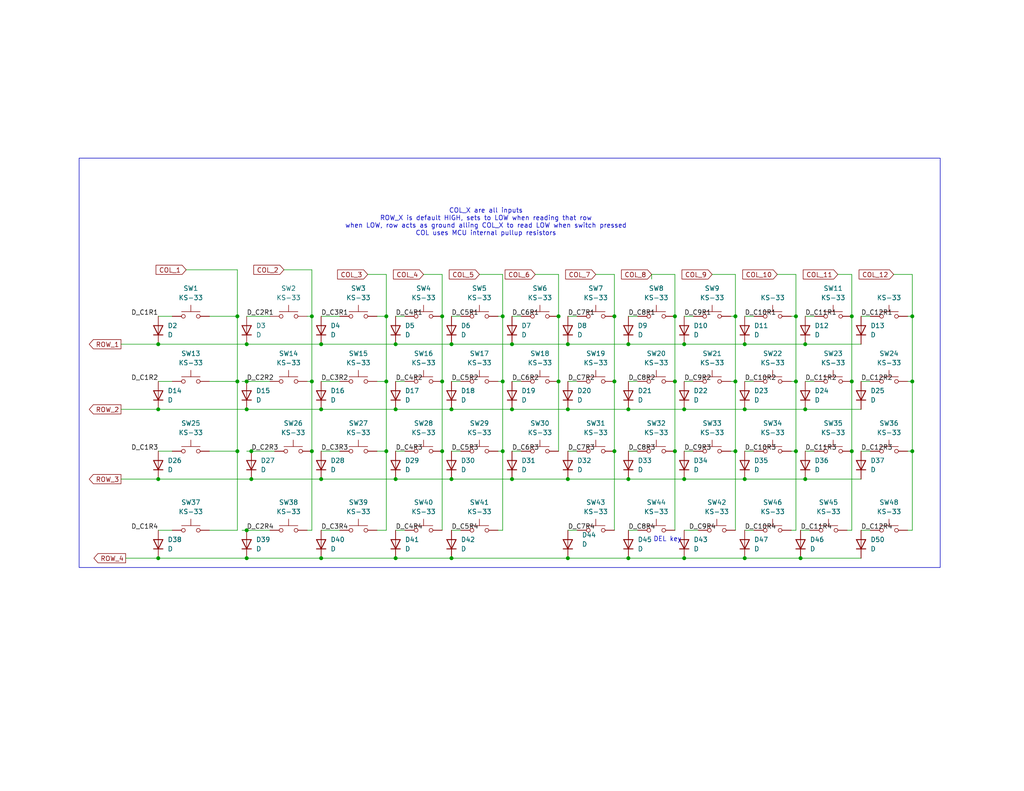
<source format=kicad_sch>
(kicad_sch (version 20231120) (generator "eeschema") (generator_version "8.0")
  (paper "USLetter")
  (title_block (title "40% Keyboard Switch Matrix") (date "2024-03-30") (rev "4") (company "Luke Zambella"))
  (lib_symbols
    (symbol "Device:D" (pin_numbers hide) (pin_names (offset 1.016) hide)
      (property "Reference" "D" (at 0 2.54 0))
      (property "Value" "D" (at 0 -2.54 0))
      (symbol "D_0_1"
        (polyline (pts (xy -1.27 1.27) (xy -1.27 -1.27)) (stroke (width 0.254)))
        (polyline (pts (xy 1.27 0) (xy -1.27 0)))
        (polyline (pts (xy 1.27 1.27) (xy 1.27 -1.27) (xy -1.27 0) (xy 1.27 1.27)) (stroke (width 0.254)))
      )
      (symbol "D_1_1"
        (pin passive line (at -3.81 0 0) (length 2.54) (name "K") (number "1"))
        (pin passive line (at 3.81 0 180) (length 2.54) (name "A") (number "2"))
      )
    )
    (symbol "Switches:Gateron_KS-33" (pin_numbers hide) (pin_names (offset 1.016) hide)
      (property "Reference" "SW" (at 1.27 2.54 0))
      (property "Value" "KS-33" (at 0 -1.524 0))
      (symbol "Gateron_KS-33_0_1"
        (circle (center -2.032 0) (radius 0.508))
        (polyline (pts (xy 0 1.27) (xy 0 3.048)))
        (polyline (pts (xy 2.54 1.27) (xy -2.54 1.27)))
        (circle (center 2.032 0) (radius 0.508))
        (pin passive line (at -5.08 0 0) (length 2.54) (name "1") (number "1"))
        (pin passive line (at 5.08 0 180) (length 2.54) (name "2") (number "2"))
      )
    )
  )
  (junction (at 64.77 86.36))
  (junction (at 87.63 152.4))
  (junction (at 154.94 111.76))
  (junction (at 154.94 93.98))
  (junction (at 123.19 152.4))
  (junction (at 67.31 152.4))
  (junction (at 167.64 104.14))
  (junction (at 68.58 130.81))
  (junction (at 218.44 152.4))
  (junction (at 200.66 86.36))
  (junction (at 171.45 111.76))
  (junction (at 152.4 86.36))
  (junction (at 219.71 111.76))
  (junction (at 171.45 130.81))
  (junction (at 184.15 123.19))
  (junction (at 200.66 104.14))
  (junction (at 120.65 86.36))
  (junction (at 43.18 111.76))
  (junction (at 85.09 123.19))
  (junction (at 139.7 130.81))
  (junction (at 43.18 93.98))
  (junction (at 43.18 152.4))
  (junction (at 137.16 123.19))
  (junction (at 64.77 123.19))
  (junction (at 120.65 123.19))
  (junction (at 139.7 111.76))
  (junction (at 203.2 130.81))
  (junction (at 67.31 104.14))
  (junction (at 203.2 152.4))
  (junction (at 219.71 130.81))
  (junction (at 137.16 86.36))
  (junction (at 123.19 130.81))
  (junction (at 154.94 130.81))
  (junction (at 67.31 93.98))
  (junction (at 167.64 123.19))
  (junction (at 85.09 86.36))
  (junction (at 232.41 104.14))
  (junction (at 107.95 152.4))
  (junction (at 186.69 93.98))
  (junction (at 248.92 104.14))
  (junction (at 248.92 86.36))
  (junction (at 105.41 86.36))
  (junction (at 232.41 123.19))
  (junction (at 120.65 104.14))
  (junction (at 217.17 123.19))
  (junction (at 248.92 123.19))
  (junction (at 203.2 93.98))
  (junction (at 184.15 104.14))
  (junction (at 152.4 104.14))
  (junction (at 171.45 93.98))
  (junction (at 232.41 86.36))
  (junction (at 184.15 86.36))
  (junction (at 167.64 86.36))
  (junction (at 203.2 111.76))
  (junction (at 67.31 144.78))
  (junction (at 64.77 104.14))
  (junction (at 107.95 111.76))
  (junction (at 87.63 111.76))
  (junction (at 219.71 93.98))
  (junction (at 87.63 130.81))
  (junction (at 43.18 130.81))
  (junction (at 186.69 152.4))
  (junction (at 123.19 111.76))
  (junction (at 217.17 104.14))
  (junction (at 200.66 123.19))
  (junction (at 139.7 93.98))
  (junction (at 137.16 104.14))
  (junction (at 68.58 123.19))
  (junction (at 107.95 93.98))
  (junction (at 123.19 93.98))
  (junction (at 67.31 111.76))
  (junction (at 85.09 104.14))
  (junction (at 186.69 111.76))
  (junction (at 154.94 152.4))
  (junction (at 105.41 123.19))
  (junction (at 87.63 93.98))
  (junction (at 217.17 86.36))
  (junction (at 186.69 130.81))
  (junction (at 105.41 104.14))
  (junction (at 171.45 152.4))
  (junction (at 107.95 130.81))
  (wire (pts (xy 248.92 74.93) (xy 248.92 86.36)))
  (wire (pts (xy 123.19 104.14) (xy 125.73 104.14)))
  (wire (pts (xy 34.29 152.4) (xy 43.18 152.4)))
  (wire (pts (xy 85.09 104.14) (xy 85.09 123.19)))
  (wire (pts (xy 115.57 74.93) (xy 120.65 74.93)))
  (wire (pts (xy 105.41 86.36) (xy 105.41 104.14)))
  (wire (pts (xy 152.4 86.36) (xy 152.4 104.14)))
  (wire (pts (xy 243.84 74.93) (xy 248.92 74.93)))
  (wire (pts (xy 171.45 93.98) (xy 154.94 93.98)))
  (wire (pts (xy 107.95 144.78) (xy 110.49 144.78)))
  (wire (pts (xy 64.77 104.14) (xy 64.77 123.19)))
  (wire (pts (xy 218.44 152.4) (xy 234.95 152.4)))
  (wire (pts (xy 123.19 123.19) (xy 125.73 123.19)))
  (wire (pts (xy 186.69 144.78) (xy 190.5 144.78)))
  (wire (pts (xy 217.17 86.36) (xy 215.9 86.36)))
  (wire (pts (xy 219.71 111.76) (xy 234.95 111.76)))
  (wire (pts (xy 186.69 152.4) (xy 203.2 152.4)))
  (wire (pts (xy 177.8 74.93) (xy 184.15 74.93)))
  (wire (pts (xy 87.63 123.19) (xy 92.71 123.19)))
  (wire (pts (xy 154.94 152.4) (xy 171.45 152.4)))
  (wire (pts (xy 186.69 130.81) (xy 203.2 130.81)))
  (wire (pts (xy 107.95 123.19) (xy 110.49 123.19)))
  (wire (pts (xy 154.94 93.98) (xy 139.7 93.98)))
  (wire (pts (xy 102.87 104.14) (xy 105.41 104.14)))
  (wire (pts (xy 167.64 104.14) (xy 167.64 123.19)))
  (wire (pts (xy 85.09 86.36) (xy 83.82 86.36)))
  (wire (pts (xy 154.94 104.14) (xy 157.48 104.14)))
  (wire (pts (xy 217.17 144.78) (xy 215.9 144.78)))
  (wire (pts (xy 248.92 123.19) (xy 247.65 123.19)))
  (wire (pts (xy 171.45 111.76) (xy 186.69 111.76)))
  (wire (pts (xy 139.7 86.36) (xy 142.24 86.36)))
  (wire (pts (xy 64.77 104.14) (xy 57.15 104.14)))
  (wire (pts (xy 203.2 152.4) (xy 218.44 152.4)))
  (wire (pts (xy 64.77 86.36) (xy 57.15 86.36)))
  (wire (pts (xy 234.95 86.36) (xy 237.49 86.36)))
  (wire (pts (xy 232.41 104.14) (xy 232.41 123.19)))
  (wire (pts (xy 77.47 73.66) (xy 85.09 73.66)))
  (wire (pts (xy 248.92 86.36) (xy 247.65 86.36)))
  (wire (pts (xy 203.2 123.19) (xy 205.74 123.19)))
  (wire (pts (xy 167.64 86.36) (xy 167.64 104.14)))
  (wire (pts (xy 184.15 74.93) (xy 184.15 86.36)))
  (wire (pts (xy 67.31 86.36) (xy 73.66 86.36)))
  (wire (pts (xy 85.09 123.19) (xy 85.09 144.78)))
  (wire (pts (xy 154.94 130.81) (xy 171.45 130.81)))
  (wire (pts (xy 107.95 111.76) (xy 123.19 111.76)))
  (wire (pts (xy 200.66 74.93) (xy 200.66 86.36)))
  (wire (pts (xy 218.44 144.78) (xy 220.98 144.78)))
  (wire (pts (xy 184.15 104.14) (xy 184.15 123.19)))
  (wire (pts (xy 85.09 144.78) (xy 83.82 144.78)))
  (wire (pts (xy 139.7 123.19) (xy 142.24 123.19)))
  (wire (pts (xy 100.33 74.93) (xy 105.41 74.93)))
  (wire (pts (xy 68.58 130.81) (xy 87.63 130.81)))
  (wire (pts (xy 219.71 86.36) (xy 222.25 86.36)))
  (wire (pts (xy 167.64 74.93) (xy 167.64 86.36)))
  (wire (pts (xy 200.66 123.19) (xy 200.66 144.78)))
  (wire (pts (xy 107.95 130.81) (xy 123.19 130.81)))
  (wire (pts (xy 87.63 144.78) (xy 92.71 144.78)))
  (wire (pts (xy 105.41 104.14) (xy 105.41 123.19)))
  (wire (pts (xy 234.95 93.98) (xy 219.71 93.98)))
  (wire (pts (xy 139.7 93.98) (xy 123.19 93.98)))
  (wire (pts (xy 217.17 86.36) (xy 217.17 104.14)))
  (wire (pts (xy 248.92 104.14) (xy 247.65 104.14)))
  (wire (pts (xy 137.16 123.19) (xy 137.16 144.78)))
  (wire (pts (xy 186.69 86.36) (xy 189.23 86.36)))
  (wire (pts (xy 154.94 144.78) (xy 157.48 144.78)))
  (wire (pts (xy 184.15 123.19) (xy 184.15 144.78)))
  (wire (pts (xy 228.6 74.93) (xy 232.41 74.93)))
  (wire (pts (xy 85.09 86.36) (xy 85.09 104.14)))
  (wire (pts (xy 123.19 86.36) (xy 125.73 86.36)))
  (wire (pts (xy 137.16 86.36) (xy 135.89 86.36)))
  (wire (pts (xy 200.66 86.36) (xy 200.66 104.14)))
  (wire (pts (xy 87.63 93.98) (xy 107.95 93.98)))
  (wire (pts (xy 171.45 123.19) (xy 173.99 123.19)))
  (wire (pts (xy 167.64 123.19) (xy 167.64 144.78)))
  (wire (pts (xy 68.58 123.19) (xy 74.93 123.19)))
  (wire (pts (xy 85.09 104.14) (xy 83.82 104.14)))
  (wire (pts (xy 50.8 73.66) (xy 64.77 73.66)))
  (wire (pts (xy 217.17 104.14) (xy 217.17 123.19)))
  (wire (pts (xy 200.66 123.19) (xy 199.39 123.19)))
  (wire (pts (xy 232.41 123.19) (xy 232.41 144.78)))
  (wire (pts (xy 203.2 111.76) (xy 219.71 111.76)))
  (wire (pts (xy 171.45 144.78) (xy 173.99 144.78)))
  (wire (pts (xy 102.87 86.36) (xy 105.41 86.36)))
  (wire (pts (xy 102.87 144.78) (xy 105.41 144.78)))
  (wire (pts (xy 171.45 130.81) (xy 186.69 130.81)))
  (wire (pts (xy 43.18 86.36) (xy 46.99 86.36)))
  (wire (pts (xy 105.41 74.93) (xy 105.41 86.36)))
  (wire (pts (xy 67.31 93.98) (xy 87.63 93.98)))
  (wire (pts (xy 194.31 74.93) (xy 200.66 74.93)))
  (wire (pts (xy 139.7 111.76) (xy 154.94 111.76)))
  (wire (pts (xy 67.31 144.78) (xy 66.04 144.78)))
  (wire (pts (xy 186.69 123.19) (xy 189.23 123.19)))
  (wire (pts (xy 43.18 152.4) (xy 67.31 152.4)))
  (wire (pts (xy 43.18 144.78) (xy 46.99 144.78)))
  (wire (pts (xy 162.56 74.93) (xy 167.64 74.93)))
  (wire (pts (xy 105.41 123.19) (xy 105.41 144.78)))
  (wire (pts (xy 33.02 111.76) (xy 43.18 111.76)))
  (wire (pts (xy 234.95 144.78) (xy 237.49 144.78)))
  (wire (pts (xy 232.41 74.93) (xy 232.41 86.36)))
  (wire (pts (xy 219.71 130.81) (xy 234.95 130.81)))
  (wire (pts (xy 120.65 86.36) (xy 120.65 104.14)))
  (wire (pts (xy 123.19 152.4) (xy 154.94 152.4)))
  (wire (pts (xy 234.95 123.19) (xy 237.49 123.19)))
  (wire (pts (xy 219.71 93.98) (xy 203.2 93.98)))
  (wire (pts (xy 203.2 93.98) (xy 186.69 93.98)))
  (wire (pts (xy 43.18 104.14) (xy 46.99 104.14)))
  (wire (pts (xy 171.45 104.14) (xy 173.99 104.14)))
  (wire (pts (xy 137.16 144.78) (xy 135.89 144.78)))
  (wire (pts (xy 248.92 104.14) (xy 248.92 123.19)))
  (wire (pts (xy 154.94 86.36) (xy 157.48 86.36)))
  (wire (pts (xy 200.66 104.14) (xy 200.66 123.19)))
  (wire (pts (xy 137.16 104.14) (xy 135.89 104.14)))
  (wire (pts (xy 248.92 86.36) (xy 248.92 104.14)))
  (wire (pts (xy 219.71 123.19) (xy 222.25 123.19)))
  (wire (pts (xy 219.71 104.14) (xy 222.25 104.14)))
  (wire (pts (xy 123.19 111.76) (xy 139.7 111.76)))
  (wire (pts (xy 67.31 104.14) (xy 73.66 104.14)))
  (wire (pts (xy 123.19 93.98) (xy 107.95 93.98)))
  (wire (pts (xy 120.65 74.93) (xy 120.65 86.36)))
  (wire (pts (xy 171.45 152.4) (xy 186.69 152.4)))
  (wire (pts (xy 120.65 123.19) (xy 120.65 144.78)))
  (wire (pts (xy 203.2 130.81) (xy 219.71 130.81)))
  (wire (pts (xy 234.95 104.14) (xy 237.49 104.14)))
  (wire (pts (xy 85.09 73.66) (xy 85.09 86.36)))
  (wire (pts (xy 87.63 152.4) (xy 107.95 152.4)))
  (wire (pts (xy 217.17 74.93) (xy 217.17 86.36)))
  (wire (pts (xy 64.77 86.36) (xy 64.77 104.14)))
  (wire (pts (xy 123.19 130.81) (xy 139.7 130.81)))
  (wire (pts (xy 64.77 123.19) (xy 64.77 144.78)))
  (wire (pts (xy 87.63 104.14) (xy 92.71 104.14)))
  (wire (pts (xy 87.63 130.81) (xy 107.95 130.81)))
  (wire (pts (xy 64.77 73.66) (xy 64.77 86.36)))
  (wire (pts (xy 67.31 144.78) (xy 73.66 144.78)))
  (wire (pts (xy 33.02 130.81) (xy 43.18 130.81)))
  (wire (pts (xy 200.66 86.36) (xy 199.39 86.36)))
  (wire (pts (xy 154.94 111.76) (xy 171.45 111.76)))
  (wire (pts (xy 139.7 104.14) (xy 142.24 104.14)))
  (wire (pts (xy 217.17 104.14) (xy 215.9 104.14)))
  (wire (pts (xy 137.16 74.93) (xy 137.16 86.36)))
  (wire (pts (xy 64.77 144.78) (xy 57.15 144.78)))
  (wire (pts (xy 102.87 123.19) (xy 105.41 123.19)))
  (wire (pts (xy 177.8 74.93) (xy 177.8 76.2)))
  (wire (pts (xy 87.63 111.76) (xy 107.95 111.76)))
  (wire (pts (xy 43.18 93.98) (xy 67.31 93.98)))
  (wire (pts (xy 33.02 93.98) (xy 43.18 93.98)))
  (wire (pts (xy 203.2 86.36) (xy 205.74 86.36)))
  (wire (pts (xy 123.19 144.78) (xy 125.73 144.78)))
  (wire (pts (xy 137.16 123.19) (xy 135.89 123.19)))
  (wire (pts (xy 67.31 111.76) (xy 87.63 111.76)))
  (wire (pts (xy 217.17 123.19) (xy 215.9 123.19)))
  (wire (pts (xy 217.17 123.19) (xy 217.17 144.78)))
  (wire (pts (xy 43.18 111.76) (xy 67.31 111.76)))
  (wire (pts (xy 232.41 144.78) (xy 231.14 144.78)))
  (wire (pts (xy 137.16 86.36) (xy 137.16 104.14)))
  (wire (pts (xy 203.2 144.78) (xy 205.74 144.78)))
  (wire (pts (xy 64.77 123.19) (xy 57.15 123.19)))
  (wire (pts (xy 152.4 74.93) (xy 152.4 86.36)))
  (wire (pts (xy 146.05 74.93) (xy 152.4 74.93)))
  (wire (pts (xy 212.09 74.93) (xy 217.17 74.93)))
  (wire (pts (xy 186.69 104.14) (xy 189.23 104.14)))
  (wire (pts (xy 43.18 123.19) (xy 46.99 123.19)))
  (wire (pts (xy 154.94 123.19) (xy 157.48 123.19)))
  (wire (pts (xy 137.16 104.14) (xy 137.16 123.19)))
  (wire (pts (xy 171.45 86.36) (xy 173.99 86.36)))
  (wire (pts (xy 130.81 74.93) (xy 137.16 74.93)))
  (wire (pts (xy 232.41 86.36) (xy 232.41 104.14)))
  (wire (pts (xy 43.18 130.81) (xy 68.58 130.81)))
  (wire (pts (xy 200.66 104.14) (xy 199.39 104.14)))
  (wire (pts (xy 67.31 152.4) (xy 87.63 152.4)))
  (wire (pts (xy 67.31 104.14) (xy 66.04 104.14)))
  (wire (pts (xy 107.95 86.36) (xy 110.49 86.36)))
  (wire (pts (xy 120.65 104.14) (xy 120.65 123.19)))
  (wire (pts (xy 248.92 144.78) (xy 247.65 144.78)))
  (wire (pts (xy 107.95 104.14) (xy 110.49 104.14)))
  (wire (pts (xy 139.7 130.81) (xy 154.94 130.81)))
  (wire (pts (xy 152.4 104.14) (xy 152.4 123.19)))
  (wire (pts (xy 87.63 86.36) (xy 92.71 86.36)))
  (wire (pts (xy 186.69 93.98) (xy 171.45 93.98)))
  (wire (pts (xy 68.58 123.19) (xy 67.31 123.19)))
  (wire (pts (xy 186.69 111.76) (xy 203.2 111.76)))
  (wire (pts (xy 184.15 86.36) (xy 184.15 104.14)))
  (wire (pts (xy 107.95 152.4) (xy 123.19 152.4)))
  (wire (pts (xy 203.2 104.14) (xy 205.74 104.14)))
  (wire (pts (xy 248.92 123.19) (xy 248.92 144.78)))
  (rectangle (start 21.59 43.18) (end 256.54 154.94))
  (text "DEL key\n" (at 182.118 147.32 0) (effects (font (size 1.27 1.27))))
  (text "COL_X are all inputs\nROW_X is default HIGH, sets to LOW when reading that row\nwhen LOW, row acts as ground alling COL_X to read LOW when switch pressed\nCOL uses MCU internal pullup resistors\n" (at 132.588 60.706 0) (effects (font (size 1.27 1.27))))
  (label "D_C10R1" (at 203.2 86.36 0))
  (label "D_C10R2" (at 203.2 104.14 0))
  (label "D_C2R1" (at 67.31 86.36 0))
  (label "D_C12R2" (at 234.95 104.14 0))
  (label "D_C9R4" (at 187.96 144.78 0))
  (label "D_C5R1" (at 123.19 86.36 0))
  (label "D_C3R1" (at 87.63 86.36 0))
  (label "D_C10R4" (at 203.2 144.78 0))
  (label "D_C9R3" (at 186.69 123.19 0))
  (label "D_C1R2" (at 43.18 104.14 180))
  (label "D_C7R1" (at 154.94 86.36 0))
  (label "D_C11R2" (at 219.71 104.14 0))
  (label "D_C5R4" (at 123.19 144.78 0))
  (label "D_C6R3" (at 139.7 123.19 0))
  (label "D_C5R3" (at 123.19 123.19 0))
  (label "D_C4R2" (at 107.95 104.14 0))
  (label "D_C4R3" (at 107.95 123.19 0))
  (label "D_C4R1" (at 107.95 86.36 0))
  (label "D_C1R3" (at 43.18 123.19 180))
  (label "D_C7R4" (at 154.94 144.78 0))
  (label "D_C5R2" (at 123.19 104.14 0))
  (label "D_C2R2" (at 67.31 104.14 0))
  (label "D_C3R3" (at 87.63 123.19 0))
  (label "D_C11R3" (at 219.71 123.19 0))
  (label "D_C7R3" (at 154.94 123.19 0))
  (label "D_C12R1" (at 234.95 86.36 0))
  (label "D_C2R3" (at 68.58 123.19 0))
  (label "D_C1R4" (at 43.18 144.78 180))
  (label "D_C7R2" (at 154.94 104.14 0))
  (label "D_C8R2" (at 171.45 104.14 0))
  (label "D_C1R1" (at 43.18 86.36 180))
  (label "D_C9R1" (at 186.69 86.36 0))
  (label "D_C6R1" (at 139.7 86.36 0))
  (label "D_C2R4" (at 67.31 144.78 0))
  (label "D_C8R1" (at 171.45 86.36 0))
  (label "D_C11R4" (at 218.44 144.78 0))
  (label "D_C3R2" (at 87.63 104.14 0))
  (label "D_C12R3" (at 234.95 123.19 0))
  (label "D_C3R4" (at 87.63 144.78 0))
  (label "D_C9R2" (at 186.69 104.14 0))
  (label "D_C8R4" (at 171.45 144.78 0))
  (label "D_C6R2" (at 139.7 104.14 0))
  (label "D_C4R4" (at 107.95 144.78 0))
  (label "D_C10R3" (at 203.2 123.19 0))
  (label "D_C11R1" (at 219.71 86.36 0))
  (label "D_C12R4" (at 234.95 144.78 0))
  (label "D_C8R3" (at 171.45 123.19 0))
  (global_label "ROW_2" (shape output) (at 33.02 111.76 180) (property "Intersheetrefs" "${INTERSHEET_REFS}" (effects (hide yes))))
  (global_label "COL_1" (shape input) (at 50.8 73.66 180) (property "Intersheetrefs" "${INTERSHEET_REFS}" (effects (hide yes))))
  (global_label "ROW_4" (shape output) (at 34.29 152.4 180) (property "Intersheetrefs" "${INTERSHEET_REFS}" (effects (hide yes))))
  (global_label "COL_7" (shape input) (at 162.56 74.93 180) (property "Intersheetrefs" "${INTERSHEET_REFS}" (effects (hide yes))))
  (global_label "COL_9" (shape input) (at 194.31 74.93 180) (property "Intersheetrefs" "${INTERSHEET_REFS}" (effects (hide yes))))
  (global_label "ROW_1" (shape output) (at 33.02 93.98 180) (property "Intersheetrefs" "${INTERSHEET_REFS}" (effects (hide yes))))
  (global_label "COL_6" (shape input) (at 146.05 74.93 180) (property "Intersheetrefs" "${INTERSHEET_REFS}" (effects (hide yes))))
  (global_label "COL_10" (shape input) (at 212.09 74.93 180) (property "Intersheetrefs" "${INTERSHEET_REFS}" (effects (hide yes))))
  (global_label "COL_11" (shape input) (at 228.6 74.93 180) (property "Intersheetrefs" "${INTERSHEET_REFS}" (effects (hide yes))))
  (global_label "COL_8" (shape input) (at 177.8 74.93 180) (property "Intersheetrefs" "${INTERSHEET_REFS}" (effects (hide yes))))
  (global_label "COL_12" (shape input) (at 243.84 74.93 180) (property "Intersheetrefs" "${INTERSHEET_REFS}" (effects (hide yes))))
  (global_label "COL_5" (shape input) (at 130.81 74.93 180) (property "Intersheetrefs" "${INTERSHEET_REFS}" (effects (hide yes))))
  (global_label "COL_3" (shape input) (at 100.33 74.93 180) (property "Intersheetrefs" "${INTERSHEET_REFS}" (effects (hide yes))))
  (global_label "COL_4" (shape input) (at 115.57 74.93 180) (property "Intersheetrefs" "${INTERSHEET_REFS}" (effects (hide yes))))
  (global_label "ROW_3" (shape output) (at 33.02 130.81 180) (property "Intersheetrefs" "${INTERSHEET_REFS}" (effects (hide yes))))
  (global_label "COL_2" (shape input) (at 77.47 73.66 180) (property "Intersheetrefs" "${INTERSHEET_REFS}" (effects (hide yes))))
  (symbol (lib_id "Switches:Gateron_KS-33") (at 78.74 144.78 0) (unit 1)
    (property "Reference" "SW38" (at 78.74 137.16 0))
    (property "Value" "KS-33" (at 78.74 139.7 0))
    (property "Footprint" "Library:Cherry MX switch" (effects (hide yes)))
    (property "Description" "Push button switch, generic, two pins" (effects (hide yes)))
  )
  (symbol (lib_id "Switches:Gateron_KS-33") (at 162.56 123.19 0) (unit 1)
    (property "Reference" "SW31" (at 162.56 115.57 0))
    (property "Value" "KS-33" (at 162.56 118.11 0))
    (property "Footprint" "Library:Cherry MX switch" (effects (hide yes)))
    (property "Description" "Push button switch, generic, two pins" (effects (hide yes)))
  )
  (symbol (lib_id "Device:D") (at 87.63 107.95 90) (unit 1)
    (property "Reference" "D16" (at 90.17 106.6799 90) (effects (justify right)))
    (property "Value" "D" (at 90.17 109.2199 90) (effects (justify right)))
    (property "Footprint" "Diode_SMD:D_SOD-123" (effects (hide yes)))
    (property "Description" "Diode" (effects (hide yes)))
    (property "Sim.Device" "D" (effects (hide yes)))
    (property "Sim.Pins" "1=K 2=A" (effects (hide yes)))
  )
  (symbol (lib_id "Switches:Gateron_KS-33") (at 179.07 104.14 0) (unit 1)
    (property "Reference" "SW20" (at 179.07 96.52 0))
    (property "Value" "KS-33" (at 179.07 99.06 0))
    (property "Footprint" "Library:Cherry MX switch" (effects (hide yes)))
    (property "Description" "Push button switch, generic, two pins" (effects (hide yes)))
  )
  (symbol (lib_id "Device:D") (at 171.45 107.95 90) (unit 1)
    (property "Reference" "D21" (at 173.99 106.6799 90) (effects (justify right)))
    (property "Value" "D" (at 173.99 109.2199 90) (effects (justify right)))
    (property "Footprint" "Diode_SMD:D_SOD-123" (effects (hide yes)))
    (property "Description" "Diode" (effects (hide yes)))
    (property "Sim.Device" "D" (effects (hide yes)))
    (property "Sim.Pins" "1=K 2=A" (effects (hide yes)))
  )
  (symbol (lib_id "Device:D") (at 67.31 90.17 90) (unit 1)
    (property "Reference" "D3" (at 69.85 88.8999 90) (effects (justify right)))
    (property "Value" "D" (at 69.85 91.4399 90) (effects (justify right)))
    (property "Footprint" "Diode_SMD:D_SOD-123" (effects (hide yes)))
    (property "Description" "Diode" (effects (hide yes)))
    (property "Sim.Device" "D" (effects (hide yes)))
    (property "Sim.Pins" "1=K 2=A" (effects (hide yes)))
  )
  (symbol (lib_id "Device:D") (at 186.69 90.17 90) (unit 1)
    (property "Reference" "D10" (at 189.23 88.8999 90) (effects (justify right)))
    (property "Value" "D" (at 189.23 91.4399 90) (effects (justify right)))
    (property "Footprint" "Diode_SMD:D_SOD-123" (effects (hide yes)))
    (property "Description" "Diode" (effects (hide yes)))
    (property "Sim.Device" "D" (effects (hide yes)))
    (property "Sim.Pins" "1=K 2=A" (effects (hide yes)))
  )
  (symbol (lib_id "Device:D") (at 218.44 148.59 90) (unit 1)
    (property "Reference" "D46" (at 220.98 147.3199 90) (effects (justify right)))
    (property "Value" "D" (at 220.98 149.8599 90) (effects (justify right)))
    (property "Footprint" "Diode_SMD:D_SOD-123" (effects (hide yes)))
    (property "Description" "Diode" (effects (hide yes)))
    (property "Sim.Device" "D" (effects (hide yes)))
    (property "Sim.Pins" "1=K 2=A" (effects (hide yes)))
  )
  (symbol (lib_id "Switches:Gateron_KS-33") (at 210.82 123.19 0) (unit 1)
    (property "Reference" "SW34" (at 210.82 115.57 0))
    (property "Value" "KS-33" (at 210.82 118.11 0))
    (property "Footprint" "Library:Cherry MX switch" (effects (hide yes)))
    (property "Description" "Push button switch, generic, two pins" (effects (hide yes)))
  )
  (symbol (lib_id "Switches:Gateron_KS-33") (at 115.57 104.14 0) (unit 1)
    (property "Reference" "SW16" (at 115.57 96.52 0))
    (property "Value" "KS-33" (at 115.57 99.06 0))
    (property "Footprint" "Library:Cherry MX switch" (effects (hide yes)))
    (property "Description" "Push button switch, generic, two pins" (effects (hide yes)))
  )
  (symbol (lib_id "Device:D") (at 43.18 90.17 90) (unit 1)
    (property "Reference" "D2" (at 45.72 88.8999 90) (effects (justify right)))
    (property "Value" "D" (at 45.72 91.4399 90) (effects (justify right)))
    (property "Footprint" "Diode_SMD:D_SOD-123" (effects (hide yes)))
    (property "Description" "Diode" (effects (hide yes)))
    (property "Sim.Device" "D" (effects (hide yes)))
    (property "Sim.Pins" "1=K 2=A" (effects (hide yes)))
  )
  (symbol (lib_id "Switches:Gateron_KS-33") (at 227.33 104.14 0) (unit 1)
    (property "Reference" "SW23" (at 227.33 96.52 0))
    (property "Value" "KS-33" (at 227.33 99.06 0))
    (property "Footprint" "Library:Cherry MX switch" (effects (hide yes)))
    (property "Description" "Push button switch, generic, two pins" (effects (hide yes)))
  )
  (symbol (lib_id "Switches:Gateron_KS-33") (at 179.07 86.36 0) (unit 1)
    (property "Reference" "SW8" (at 179.07 78.74 0))
    (property "Value" "KS-33" (at 179.07 81.28 0))
    (property "Footprint" "Library:Cherry MX switch" (effects (hide yes)))
    (property "Description" "Push button switch, generic, two pins" (effects (hide yes)))
  )
  (symbol (lib_id "Device:D") (at 43.18 127 90) (unit 1)
    (property "Reference" "D26" (at 45.72 125.7299 90) (effects (justify right)))
    (property "Value" "D" (at 45.72 128.2699 90) (effects (justify right)))
    (property "Footprint" "Diode_SMD:D_SOD-123" (effects (hide yes)))
    (property "Description" "Diode" (effects (hide yes)))
    (property "Sim.Device" "D" (effects (hide yes)))
    (property "Sim.Pins" "1=K 2=A" (effects (hide yes)))
  )
  (symbol (lib_id "Device:D") (at 154.94 90.17 90) (unit 1)
    (property "Reference" "D8" (at 157.48 88.8999 90) (effects (justify right)))
    (property "Value" "D" (at 157.48 91.4399 90) (effects (justify right)))
    (property "Footprint" "Diode_SMD:D_SOD-123" (effects (hide yes)))
    (property "Description" "Diode" (effects (hide yes)))
    (property "Sim.Device" "D" (effects (hide yes)))
    (property "Sim.Pins" "1=K 2=A" (effects (hide yes)))
  )
  (symbol (lib_id "Switches:Gateron_KS-33") (at 210.82 144.78 0) (unit 1)
    (property "Reference" "SW46" (at 210.82 137.16 0))
    (property "Value" "KS-33" (at 210.82 139.7 0))
    (property "Footprint" "Library:Cherry MX switch" (effects (hide yes)))
    (property "Description" "Push button switch, generic, two pins" (effects (hide yes)))
  )
  (symbol (lib_id "Switches:Gateron_KS-33") (at 52.07 104.14 0) (unit 1)
    (property "Reference" "SW13" (at 52.07 96.52 0))
    (property "Value" "KS-33" (at 52.07 99.06 0))
    (property "Footprint" "Library:Cherry MX switch" (effects (hide yes)))
    (property "Description" "Push button switch, generic, two pins" (effects (hide yes)))
  )
  (symbol (lib_id "Device:D") (at 123.19 148.59 90) (unit 1)
    (property "Reference" "D42" (at 125.73 147.3199 90) (effects (justify right)))
    (property "Value" "D" (at 125.73 149.8599 90) (effects (justify right)))
    (property "Footprint" "Diode_SMD:D_SOD-123" (effects (hide yes)))
    (property "Description" "Diode" (effects (hide yes)))
    (property "Sim.Device" "D" (effects (hide yes)))
    (property "Sim.Pins" "1=K 2=A" (effects (hide yes)))
  )
  (symbol (lib_id "Device:D") (at 123.19 127 90) (unit 1)
    (property "Reference" "D30" (at 125.73 125.7299 90) (effects (justify right)))
    (property "Value" "D" (at 125.73 128.2699 90) (effects (justify right)))
    (property "Footprint" "Diode_SMD:D_SOD-123" (effects (hide yes)))
    (property "Description" "Diode" (effects (hide yes)))
    (property "Sim.Device" "D" (effects (hide yes)))
    (property "Sim.Pins" "1=K 2=A" (effects (hide yes)))
  )
  (symbol (lib_id "Switches:Gateron_KS-33") (at 97.79 104.14 0) (unit 1)
    (property "Reference" "SW15" (at 97.79 96.52 0))
    (property "Value" "KS-33" (at 97.79 99.06 0))
    (property "Footprint" "Library:Cherry MX switch" (effects (hide yes)))
    (property "Description" "Push button switch, generic, two pins" (effects (hide yes)))
  )
  (symbol (lib_id "Device:D") (at 234.95 90.17 90) (unit 1)
    (property "Reference" "D13" (at 237.49 88.8999 90) (effects (justify right)))
    (property "Value" "D" (at 237.49 91.4399 90) (effects (justify right)))
    (property "Footprint" "Diode_SMD:D_SOD-123" (effects (hide yes)))
    (property "Description" "Diode" (effects (hide yes)))
    (property "Sim.Device" "D" (effects (hide yes)))
    (property "Sim.Pins" "1=K 2=A" (effects (hide yes)))
  )
  (symbol (lib_id "Switches:Gateron_KS-33") (at 179.07 144.78 0) (unit 1)
    (property "Reference" "SW44" (at 179.07 137.16 0))
    (property "Value" "KS-33" (at 179.07 139.7 0))
    (property "Footprint" "Library:Cherry MX switch" (effects (hide yes)))
    (property "Description" "Push button switch, generic, two pins" (effects (hide yes)))
  )
  (symbol (lib_id "Device:D") (at 154.94 148.59 90) (unit 1)
    (property "Reference" "D44" (at 158.75 146.0499 90) (effects (justify right)))
    (property "Value" "D" (at 158.75 148.5899 90) (effects (justify right)))
    (property "Footprint" "Diode_SMD:D_SOD-123" (effects (hide yes)))
    (property "Description" "Diode" (effects (hide yes)))
    (property "Sim.Device" "D" (effects (hide yes)))
    (property "Sim.Pins" "1=K 2=A" (effects (hide yes)))
  )
  (symbol (lib_id "Device:D") (at 171.45 148.59 90) (unit 1)
    (property "Reference" "D45" (at 173.99 147.3199 90) (effects (justify right)))
    (property "Value" "D" (at 173.99 149.8599 90) (effects (justify right)))
    (property "Footprint" "Diode_SMD:D_SOD-123" (effects (hide yes)))
    (property "Description" "Diode" (effects (hide yes)))
    (property "Sim.Device" "D" (effects (hide yes)))
    (property "Sim.Pins" "1=K 2=A" (effects (hide yes)))
  )
  (symbol (lib_id "Switches:Gateron_KS-33") (at 194.31 86.36 0) (unit 1)
    (property "Reference" "SW9" (at 194.31 78.74 0))
    (property "Value" "KS-33" (at 194.31 81.28 0))
    (property "Footprint" "Library:Cherry MX switch" (effects (hide yes)))
    (property "Description" "Push button switch, generic, two pins" (effects (hide yes)))
  )
  (symbol (lib_id "Switches:Gateron_KS-33") (at 80.01 123.19 0) (unit 1)
    (property "Reference" "SW26" (at 80.01 115.57 0))
    (property "Value" "KS-33" (at 80.01 118.11 0))
    (property "Footprint" "Library:Cherry MX switch" (effects (hide yes)))
    (property "Description" "Push button switch, generic, two pins" (effects (hide yes)))
  )
  (symbol (lib_id "Device:D") (at 186.69 127 90) (unit 1)
    (property "Reference" "D34" (at 189.23 125.7299 90) (effects (justify right)))
    (property "Value" "D" (at 189.23 128.2699 90) (effects (justify right)))
    (property "Footprint" "Diode_SMD:D_SOD-123" (effects (hide yes)))
    (property "Description" "Diode" (effects (hide yes)))
    (property "Sim.Device" "D" (effects (hide yes)))
    (property "Sim.Pins" "1=K 2=A" (effects (hide yes)))
  )
  (symbol (lib_id "Switches:Gateron_KS-33") (at 52.07 123.19 0) (unit 1)
    (property "Reference" "SW25" (at 52.07 115.57 0))
    (property "Value" "KS-33" (at 52.07 118.11 0))
    (property "Footprint" "Library:Cherry MX switch" (effects (hide yes)))
    (property "Description" "Push button switch, generic, two pins" (effects (hide yes)))
  )
  (symbol (lib_id "Switches:Gateron_KS-33") (at 195.58 144.78 0) (unit 1)
    (property "Reference" "SW42" (at 195.58 137.16 0))
    (property "Value" "KS-33" (at 195.58 139.7 0))
    (property "Footprint" "Library:Cherry MX switch" (effects (hide yes)))
    (property "Description" "Push button switch, generic, two pins" (effects (hide yes)))
  )
  (symbol (lib_id "Device:D") (at 219.71 107.95 90) (unit 1)
    (property "Reference" "D24" (at 222.25 106.6799 90) (effects (justify right)))
    (property "Value" "D" (at 222.25 109.2199 90) (effects (justify right)))
    (property "Footprint" "Diode_SMD:D_SOD-123" (effects (hide yes)))
    (property "Description" "Diode" (effects (hide yes)))
    (property "Sim.Device" "D" (effects (hide yes)))
    (property "Sim.Pins" "1=K 2=A" (effects (hide yes)))
  )
  (symbol (lib_id "Switches:Gateron_KS-33") (at 227.33 86.36 0) (unit 1)
    (property "Reference" "SW11" (at 227.33 78.74 0))
    (property "Value" "KS-33" (at 227.33 81.28 0))
    (property "Footprint" "Library:Cherry MX switch" (effects (hide yes)))
    (property "Description" "Push button switch, generic, two pins" (effects (hide yes)))
  )
  (symbol (lib_id "Device:D") (at 87.63 148.59 90) (unit 1)
    (property "Reference" "D40" (at 90.17 147.3199 90) (effects (justify right)))
    (property "Value" "D" (at 90.17 149.8599 90) (effects (justify right)))
    (property "Footprint" "Diode_SMD:D_SOD-123" (effects (hide yes)))
    (property "Description" "Diode" (effects (hide yes)))
    (property "Sim.Device" "D" (effects (hide yes)))
    (property "Sim.Pins" "1=K 2=A" (effects (hide yes)))
  )
  (symbol (lib_id "Device:D") (at 154.94 127 90) (unit 1)
    (property "Reference" "D32" (at 157.48 125.7299 90) (effects (justify right)))
    (property "Value" "D" (at 157.48 128.2699 90) (effects (justify right)))
    (property "Footprint" "Diode_SMD:D_SOD-123" (effects (hide yes)))
    (property "Description" "Diode" (effects (hide yes)))
    (property "Sim.Device" "D" (effects (hide yes)))
    (property "Sim.Pins" "1=K 2=A" (effects (hide yes)))
  )
  (symbol (lib_id "Device:D") (at 68.58 127 90) (unit 1)
    (property "Reference" "D27" (at 71.12 125.7299 90) (effects (justify right)))
    (property "Value" "D" (at 71.12 128.2699 90) (effects (justify right)))
    (property "Footprint" "Diode_SMD:D_SOD-123" (effects (hide yes)))
    (property "Description" "Diode" (effects (hide yes)))
    (property "Sim.Device" "D" (effects (hide yes)))
    (property "Sim.Pins" "1=K 2=A" (effects (hide yes)))
  )
  (symbol (lib_id "Switches:Gateron_KS-33") (at 242.57 86.36 0) (unit 1)
    (property "Reference" "SW12" (effects (hide yes)))
    (property "Value" "KS-33" (at 242.57 81.28 0))
    (property "Footprint" "Library:Cherry MX switch" (effects (hide yes)))
    (property "Description" "Push button switch, generic, two pins" (effects (hide yes)))
  )
  (symbol (lib_id "Device:D") (at 67.31 107.95 90) (unit 1)
    (property "Reference" "D15" (at 69.85 106.6799 90) (effects (justify right)))
    (property "Value" "D" (at 69.85 109.2199 90) (effects (justify right)))
    (property "Footprint" "Diode_SMD:D_SOD-123" (effects (hide yes)))
    (property "Description" "Diode" (effects (hide yes)))
    (property "Sim.Device" "D" (effects (hide yes)))
    (property "Sim.Pins" "1=K 2=A" (effects (hide yes)))
  )
  (symbol (lib_id "Switches:Gateron_KS-33") (at 194.31 123.19 0) (unit 1)
    (property "Reference" "SW33" (at 194.31 115.57 0))
    (property "Value" "KS-33" (at 194.31 118.11 0))
    (property "Footprint" "Library:Cherry MX switch" (effects (hide yes)))
    (property "Description" "Push button switch, generic, two pins" (effects (hide yes)))
  )
  (symbol (lib_id "Switches:Gateron_KS-33") (at 130.81 123.19 0) (unit 1)
    (property "Reference" "SW29" (at 130.81 115.57 0))
    (property "Value" "KS-33" (at 130.81 118.11 0))
    (property "Footprint" "Library:Cherry MX switch" (effects (hide yes)))
    (property "Description" "Push button switch, generic, two pins" (effects (hide yes)))
  )
  (symbol (lib_id "Device:D") (at 107.95 90.17 90) (unit 1)
    (property "Reference" "D5" (at 110.49 88.8999 90) (effects (justify right)))
    (property "Value" "D" (at 110.49 91.4399 90) (effects (justify right)))
    (property "Footprint" "Diode_SMD:D_SOD-123" (effects (hide yes)))
    (property "Description" "Diode" (effects (hide yes)))
    (property "Sim.Device" "D" (effects (hide yes)))
    (property "Sim.Pins" "1=K 2=A" (effects (hide yes)))
  )
  (symbol (lib_id "Device:D") (at 43.18 107.95 90) (unit 1)
    (property "Reference" "D14" (at 45.72 106.6799 90) (effects (justify right)))
    (property "Value" "D" (at 45.72 109.2199 90) (effects (justify right)))
    (property "Footprint" "Diode_SMD:D_SOD-123" (effects (hide yes)))
    (property "Description" "Diode" (effects (hide yes)))
    (property "Sim.Device" "D" (effects (hide yes)))
    (property "Sim.Pins" "1=K 2=A" (effects (hide yes)))
  )
  (symbol (lib_id "Device:D") (at 203.2 90.17 90) (unit 1)
    (property "Reference" "D11" (at 205.74 88.8999 90) (effects (justify right)))
    (property "Value" "D" (at 205.74 91.4399 90) (effects (justify right)))
    (property "Footprint" "Diode_SMD:D_SOD-123" (effects (hide yes)))
    (property "Description" "Diode" (effects (hide yes)))
    (property "Sim.Device" "D" (effects (hide yes)))
    (property "Sim.Pins" "1=K 2=A" (effects (hide yes)))
  )
  (symbol (lib_id "Switches:Gateron_KS-33") (at 52.07 86.36 0) (unit 1)
    (property "Reference" "SW1" (at 52.07 78.74 0))
    (property "Value" "KS-33" (at 52.07 81.28 0))
    (property "Footprint" "Library:Cherry MX switch" (effects (hide yes)))
    (property "Description" "Push button switch, generic, two pins" (effects (hide yes)))
  )
  (symbol (lib_id "Switches:Gateron_KS-33") (at 162.56 86.36 0) (unit 1)
    (property "Reference" "SW7" (at 162.56 78.74 0))
    (property "Value" "KS-33" (at 162.56 81.28 0))
    (property "Footprint" "Library:Cherry MX switch" (effects (hide yes)))
    (property "Description" "Push button switch, generic, two pins" (effects (hide yes)))
  )
  (symbol (lib_id "Switches:Gateron_KS-33") (at 194.31 104.14 0) (unit 1)
    (property "Reference" "SW21" (at 194.31 96.52 0))
    (property "Value" "KS-33" (at 194.31 99.06 0))
    (property "Footprint" "Library:Cherry MX switch" (effects (hide yes)))
    (property "Description" "Push button switch, generic, two pins" (effects (hide yes)))
  )
  (symbol (lib_id "Device:D") (at 107.95 127 90) (unit 1)
    (property "Reference" "D29" (at 110.49 125.7299 90) (effects (justify right)))
    (property "Value" "D" (at 110.49 128.2699 90) (effects (justify right)))
    (property "Footprint" "Diode_SMD:D_SOD-123" (effects (hide yes)))
    (property "Description" "Diode" (effects (hide yes)))
    (property "Sim.Device" "D" (effects (hide yes)))
    (property "Sim.Pins" "1=K 2=A" (effects (hide yes)))
  )
  (symbol (lib_id "Device:D") (at 154.94 107.95 90) (unit 1)
    (property "Reference" "D20" (at 157.48 106.6799 90) (effects (justify right)))
    (property "Value" "D" (at 157.48 109.2199 90) (effects (justify right)))
    (property "Footprint" "Diode_SMD:D_SOD-123" (effects (hide yes)))
    (property "Description" "Diode" (effects (hide yes)))
    (property "Sim.Device" "D" (effects (hide yes)))
    (property "Sim.Pins" "1=K 2=A" (effects (hide yes)))
  )
  (symbol (lib_id "Device:D") (at 43.18 148.59 90) (unit 1)
    (property "Reference" "D38" (at 45.72 147.3199 90) (effects (justify right)))
    (property "Value" "D" (at 45.72 149.8599 90) (effects (justify right)))
    (property "Footprint" "Diode_SMD:D_SOD-123" (effects (hide yes)))
    (property "Description" "Diode" (effects (hide yes)))
    (property "Sim.Device" "D" (effects (hide yes)))
    (property "Sim.Pins" "1=K 2=A" (effects (hide yes)))
  )
  (symbol (lib_id "Device:D") (at 186.69 148.59 90) (unit 1)
    (property "Reference" "D43" (at 189.23 147.3199 90) (effects (justify right)))
    (property "Value" "D" (at 189.23 149.8599 90) (effects (justify right)))
    (property "Footprint" "Diode_SMD:D_SOD-123" (effects (hide yes)))
    (property "Description" "Diode" (effects (hide yes)))
    (property "Sim.Device" "D" (effects (hide yes)))
    (property "Sim.Pins" "1=K 2=A" (effects (hide yes)))
  )
  (symbol (lib_id "Switches:Gateron_KS-33") (at 242.57 104.14 0) (unit 1)
    (property "Reference" "SW24" (at 242.57 96.52 0))
    (property "Value" "KS-33" (at 242.57 99.06 0))
    (property "Footprint" "Library:Cherry MX switch" (effects (hide yes)))
    (property "Description" "Push button switch, generic, two pins" (effects (hide yes)))
  )
  (symbol (lib_id "Device:D") (at 203.2 107.95 90) (unit 1)
    (property "Reference" "D23" (at 205.74 106.6799 90) (effects (justify right)))
    (property "Value" "D" (at 205.74 109.2199 90) (effects (justify right)))
    (property "Footprint" "Diode_SMD:D_SOD-123" (effects (hide yes)))
    (property "Description" "Diode" (effects (hide yes)))
    (property "Sim.Device" "D" (effects (hide yes)))
    (property "Sim.Pins" "1=K 2=A" (effects (hide yes)))
  )
  (symbol (lib_id "Switches:Gateron_KS-33") (at 147.32 86.36 0) (unit 1)
    (property "Reference" "SW6" (at 147.32 78.74 0))
    (property "Value" "KS-33" (at 147.32 81.28 0))
    (property "Footprint" "Library:Cherry MX switch" (effects (hide yes)))
    (property "Description" "Push button switch, generic, two pins" (effects (hide yes)))
  )
  (symbol (lib_id "Switches:Gateron_KS-33") (at 115.57 144.78 0) (unit 1)
    (property "Reference" "SW40" (at 115.57 137.16 0))
    (property "Value" "KS-33" (at 115.57 139.7 0))
    (property "Footprint" "Library:Cherry MX switch" (effects (hide yes)))
    (property "Description" "Push button switch, generic, two pins" (effects (hide yes)))
  )
  (symbol (lib_id "Switches:Gateron_KS-33") (at 210.82 104.14 0) (unit 1)
    (property "Reference" "SW22" (at 210.82 96.52 0))
    (property "Value" "KS-33" (at 210.82 99.06 0))
    (property "Footprint" "Library:Cherry MX switch" (effects (hide yes)))
    (property "Description" "Push button switch, generic, two pins" (effects (hide yes)))
  )
  (symbol (lib_id "Switches:Gateron_KS-33") (at 147.32 104.14 0) (unit 1)
    (property "Reference" "SW18" (at 147.32 96.52 0))
    (property "Value" "KS-33" (at 147.32 99.06 0))
    (property "Footprint" "Library:Cherry MX switch" (effects (hide yes)))
    (property "Description" "Push button switch, generic, two pins" (effects (hide yes)))
  )
  (symbol (lib_id "Switches:Gateron_KS-33") (at 115.57 123.19 0) (unit 1)
    (property "Reference" "SW28" (at 115.57 115.57 0))
    (property "Value" "KS-33" (at 115.57 118.11 0))
    (property "Footprint" "Library:Cherry MX switch" (effects (hide yes)))
    (property "Description" "Push button switch, generic, two pins" (effects (hide yes)))
  )
  (symbol (lib_id "Device:D") (at 203.2 127 90) (unit 1)
    (property "Reference" "D35" (at 205.74 125.7299 90) (effects (justify right)))
    (property "Value" "D" (at 205.74 128.2699 90) (effects (justify right)))
    (property "Footprint" "Diode_SMD:D_SOD-123" (effects (hide yes)))
    (property "Description" "Diode" (effects (hide yes)))
    (property "Sim.Device" "D" (effects (hide yes)))
    (property "Sim.Pins" "1=K 2=A" (effects (hide yes)))
  )
  (symbol (lib_id "Device:D") (at 123.19 107.95 90) (unit 1)
    (property "Reference" "D18" (at 125.73 106.6799 90) (effects (justify right)))
    (property "Value" "D" (at 125.73 109.2199 90) (effects (justify right)))
    (property "Footprint" "Diode_SMD:D_SOD-123" (effects (hide yes)))
    (property "Description" "Diode" (effects (hide yes)))
    (property "Sim.Device" "D" (effects (hide yes)))
    (property "Sim.Pins" "1=K 2=A" (effects (hide yes)))
  )
  (symbol (lib_id "Device:D") (at 87.63 127 90) (unit 1)
    (property "Reference" "D28" (at 90.17 125.7299 90) (effects (justify right)))
    (property "Value" "D" (at 90.17 128.2699 90) (effects (justify right)))
    (property "Footprint" "Diode_SMD:D_SOD-123" (effects (hide yes)))
    (property "Description" "Diode" (effects (hide yes)))
    (property "Sim.Device" "D" (effects (hide yes)))
    (property "Sim.Pins" "1=K 2=A" (effects (hide yes)))
  )
  (symbol (lib_id "Device:D") (at 186.69 107.95 90) (unit 1)
    (property "Reference" "D22" (at 189.23 106.6799 90) (effects (justify right)))
    (property "Value" "D" (at 189.23 109.2199 90) (effects (justify right)))
    (property "Footprint" "Diode_SMD:D_SOD-123" (effects (hide yes)))
    (property "Description" "Diode" (effects (hide yes)))
    (property "Sim.Device" "D" (effects (hide yes)))
    (property "Sim.Pins" "1=K 2=A" (effects (hide yes)))
  )
  (symbol (lib_id "Switches:Gateron_KS-33") (at 130.81 104.14 0) (unit 1)
    (property "Reference" "SW17" (at 130.81 96.52 0))
    (property "Value" "KS-33" (at 130.81 99.06 0))
    (property "Footprint" "Library:Cherry MX switch" (effects (hide yes)))
    (property "Description" "Push button switch, generic, two pins" (effects (hide yes)))
  )
  (symbol (lib_id "Device:D") (at 234.95 148.59 90) (unit 1)
    (property "Reference" "D50" (at 237.49 147.3199 90) (effects (justify right)))
    (property "Value" "D" (at 237.49 149.8599 90) (effects (justify right)))
    (property "Footprint" "Diode_SMD:D_SOD-123" (effects (hide yes)))
    (property "Description" "Diode" (effects (hide yes)))
    (property "Sim.Device" "D" (effects (hide yes)))
    (property "Sim.Pins" "1=K 2=A" (effects (hide yes)))
  )
  (symbol (lib_id "Switches:Gateron_KS-33") (at 115.57 86.36 0) (unit 1)
    (property "Reference" "SW4" (at 115.57 78.74 0))
    (property "Value" "KS-33" (at 115.57 81.28 0))
    (property "Footprint" "Library:Cherry MX switch" (effects (hide yes)))
    (property "Description" "Push button switch, generic, two pins" (effects (hide yes)))
  )
  (symbol (lib_id "Switches:Gateron_KS-33") (at 97.79 123.19 0) (unit 1)
    (property "Reference" "SW27" (at 97.79 115.57 0))
    (property "Value" "KS-33" (at 97.79 118.11 0))
    (property "Footprint" "Library:Cherry MX switch" (effects (hide yes)))
    (property "Description" "Push button switch, generic, two pins" (effects (hide yes)))
  )
  (symbol (lib_id "Device:D") (at 234.95 127 90) (unit 1)
    (property "Reference" "D37" (at 237.49 125.7299 90) (effects (justify right)))
    (property "Value" "D" (at 237.49 128.2699 90) (effects (justify right)))
    (property "Footprint" "Diode_SMD:D_SOD-123" (effects (hide yes)))
    (property "Description" "Diode" (effects (hide yes)))
    (property "Sim.Device" "D" (effects (hide yes)))
    (property "Sim.Pins" "1=K 2=A" (effects (hide yes)))
  )
  (symbol (lib_id "Switches:Gateron_KS-33") (at 52.07 144.78 0) (unit 1)
    (property "Reference" "SW37" (at 52.07 137.16 0))
    (property "Value" "KS-33" (at 52.07 139.7 0))
    (property "Footprint" "Library:Cherry MX switch" (effects (hide yes)))
    (property "Description" "Push button switch, generic, two pins" (effects (hide yes)))
  )
  (symbol (lib_id "Device:D") (at 219.71 127 90) (unit 1)
    (property "Reference" "D36" (at 222.25 125.7299 90) (effects (justify right)))
    (property "Value" "D" (at 222.25 128.2699 90) (effects (justify right)))
    (property "Footprint" "Diode_SMD:D_SOD-123" (effects (hide yes)))
    (property "Description" "Diode" (effects (hide yes)))
    (property "Sim.Device" "D" (effects (hide yes)))
    (property "Sim.Pins" "1=K 2=A" (effects (hide yes)))
  )
  (symbol (lib_id "Switches:Gateron_KS-33") (at 179.07 123.19 0) (unit 1)
    (property "Reference" "SW32" (at 179.07 115.57 0))
    (property "Value" "KS-33" (at 179.07 118.11 0))
    (property "Footprint" "Library:Cherry MX switch" (effects (hide yes)))
    (property "Description" "Push button switch, generic, two pins" (effects (hide yes)))
  )
  (symbol (lib_id "Switches:Gateron_KS-33") (at 78.74 104.14 0) (unit 1)
    (property "Reference" "SW14" (at 78.74 96.52 0))
    (property "Value" "KS-33" (at 78.74 99.06 0))
    (property "Footprint" "Library:Cherry MX switch" (effects (hide yes)))
    (property "Description" "Push button switch, generic, two pins" (effects (hide yes)))
  )
  (symbol (lib_id "Device:D") (at 171.45 127 90) (unit 1)
    (property "Reference" "D33" (at 173.99 125.7299 90) (effects (justify right)))
    (property "Value" "D" (at 173.99 128.2699 90) (effects (justify right)))
    (property "Footprint" "Diode_SMD:D_SOD-123" (effects (hide yes)))
    (property "Description" "Diode" (effects (hide yes)))
    (property "Sim.Device" "D" (effects (hide yes)))
    (property "Sim.Pins" "1=K 2=A" (effects (hide yes)))
  )
  (symbol (lib_id "Switches:Gateron_KS-33") (at 242.57 144.78 0) (unit 1)
    (property "Reference" "SW48" (at 242.57 137.16 0))
    (property "Value" "KS-33" (at 242.57 139.7 0))
    (property "Footprint" "Library:Cherry MX switch" (effects (hide yes)))
    (property "Description" "Push button switch, generic, two pins" (effects (hide yes)))
  )
  (symbol (lib_id "Switches:Gateron_KS-33") (at 147.32 123.19 0) (unit 1)
    (property "Reference" "SW30" (at 147.32 115.57 0))
    (property "Value" "KS-33" (at 147.32 118.11 0))
    (property "Footprint" "Library:Cherry MX switch" (effects (hide yes)))
    (property "Description" "Push button switch, generic, two pins" (effects (hide yes)))
  )
  (symbol (lib_id "Device:D") (at 139.7 127 90) (unit 1)
    (property "Reference" "D31" (at 142.24 125.7299 90) (effects (justify right)))
    (property "Value" "D" (at 142.24 128.2699 90) (effects (justify right)))
    (property "Footprint" "Diode_SMD:D_SOD-123" (effects (hide yes)))
    (property "Description" "Diode" (effects (hide yes)))
    (property "Sim.Device" "D" (effects (hide yes)))
    (property "Sim.Pins" "1=K 2=A" (effects (hide yes)))
  )
  (symbol (lib_id "Switches:Gateron_KS-33") (at 130.81 86.36 0) (unit 1)
    (property "Reference" "SW5" (at 130.81 78.74 0))
    (property "Value" "KS-33" (at 130.81 81.28 0))
    (property "Footprint" "Library:Cherry MX switch" (effects (hide yes)))
    (property "Description" "Push button switch, generic, two pins" (effects (hide yes)))
  )
  (symbol (lib_id "Switches:Gateron_KS-33") (at 162.56 144.78 0) (unit 1)
    (property "Reference" "SW43" (at 162.56 137.16 0))
    (property "Value" "KS-33" (at 162.56 139.7 0))
    (property "Footprint" "Library:Cherry MX switch" (effects (hide yes)))
    (property "Description" "Push button switch, generic, two pins" (effects (hide yes)))
  )
  (symbol (lib_id "Device:D") (at 203.2 148.59 90) (unit 1)
    (property "Reference" "D47" (at 205.74 147.3199 90) (effects (justify right)))
    (property "Value" "D" (at 205.74 149.8599 90) (effects (justify right)))
    (property "Footprint" "Diode_SMD:D_SOD-123" (effects (hide yes)))
    (property "Description" "Diode" (effects (hide yes)))
    (property "Sim.Device" "D" (effects (hide yes)))
    (property "Sim.Pins" "1=K 2=A" (effects (hide yes)))
  )
  (symbol (lib_id "Switches:Gateron_KS-33") (at 97.79 86.36 0) (unit 1)
    (property "Reference" "SW3" (at 97.79 78.74 0))
    (property "Value" "KS-33" (at 97.79 81.28 0))
    (property "Footprint" "Library:Cherry MX switch" (effects (hide yes)))
    (property "Description" "Push button switch, generic, two pins" (effects (hide yes)))
  )
  (symbol (lib_id "Device:D") (at 107.95 148.59 90) (unit 1)
    (property "Reference" "D41" (at 110.49 147.3199 90) (effects (justify right)))
    (property "Value" "D" (at 110.49 149.8599 90) (effects (justify right)))
    (property "Footprint" "Diode_SMD:D_SOD-123" (effects (hide yes)))
    (property "Description" "Diode" (effects (hide yes)))
    (property "Sim.Device" "D" (effects (hide yes)))
    (property "Sim.Pins" "1=K 2=A" (effects (hide yes)))
  )
  (symbol (lib_id "Switches:Gateron_KS-33") (at 162.56 104.14 0) (unit 1)
    (property "Reference" "SW19" (at 162.56 96.52 0))
    (property "Value" "KS-33" (at 162.56 99.06 0))
    (property "Footprint" "Library:Cherry MX switch" (effects (hide yes)))
    (property "Description" "Push button switch, generic, two pins" (effects (hide yes)))
  )
  (symbol (lib_id "Switches:Gateron_KS-33") (at 78.74 86.36 0) (unit 1)
    (property "Reference" "SW2" (at 78.74 78.74 0))
    (property "Value" "KS-33" (at 78.74 81.28 0))
    (property "Footprint" "Library:Cherry MX switch" (effects (hide yes)))
    (property "Description" "Push button switch, generic, two pins" (effects (hide yes)))
  )
  (symbol (lib_id "Device:D") (at 87.63 90.17 90) (unit 1)
    (property "Reference" "D4" (at 90.17 88.8999 90) (effects (justify right)))
    (property "Value" "D" (at 90.17 91.4399 90) (effects (justify right)))
    (property "Footprint" "Diode_SMD:D_SOD-123" (effects (hide yes)))
    (property "Description" "Diode" (effects (hide yes)))
    (property "Sim.Device" "D" (effects (hide yes)))
    (property "Sim.Pins" "1=K 2=A" (effects (hide yes)))
  )
  (symbol (lib_id "Device:D") (at 171.45 90.17 90) (unit 1)
    (property "Reference" "D9" (at 173.99 88.8999 90) (effects (justify right)))
    (property "Value" "D" (at 173.99 91.4399 90) (effects (justify right)))
    (property "Footprint" "Diode_SMD:D_SOD-123" (effects (hide yes)))
    (property "Description" "Diode" (effects (hide yes)))
    (property "Sim.Device" "D" (effects (hide yes)))
    (property "Sim.Pins" "1=K 2=A" (effects (hide yes)))
  )
  (symbol (lib_id "Switches:Gateron_KS-33") (at 242.57 123.19 0) (unit 1)
    (property "Reference" "SW36" (at 242.57 115.57 0))
    (property "Value" "KS-33" (at 242.57 118.11 0))
    (property "Footprint" "Library:Cherry MX switch" (effects (hide yes)))
    (property "Description" "Push button switch, generic, two pins" (effects (hide yes)))
  )
  (symbol (lib_id "Switches:Gateron_KS-33") (at 226.06 144.78 0) (unit 1)
    (property "Reference" "SW45" (at 226.06 137.16 0))
    (property "Value" "KS-33" (at 226.06 139.7 0))
    (property "Footprint" "Library:Cherry MX switch" (effects (hide yes)))
    (property "Description" "Push button switch, generic, two pins" (effects (hide yes)))
  )
  (symbol (lib_id "Switches:Gateron_KS-33") (at 210.82 86.36 0) (unit 1)
    (property "Reference" "SW10" (effects (hide yes)))
    (property "Value" "KS-33" (at 210.82 81.28 0))
    (property "Footprint" "Library:Cherry MX switch" (effects (hide yes)))
    (property "Description" "Push button switch, generic, two pins" (effects (hide yes)))
  )
  (symbol (lib_id "Switches:Gateron_KS-33") (at 130.81 144.78 0) (unit 1)
    (property "Reference" "SW41" (at 130.81 137.16 0))
    (property "Value" "KS-33" (at 130.81 139.7 0))
    (property "Footprint" "Library:Cherry MX switch" (effects (hide yes)))
    (property "Description" "Push button switch, generic, two pins" (effects (hide yes)))
  )
  (symbol (lib_id "Device:D") (at 234.95 107.95 90) (unit 1)
    (property "Reference" "D25" (at 237.49 106.6799 90) (effects (justify right)))
    (property "Value" "D" (at 237.49 109.2199 90) (effects (justify right)))
    (property "Footprint" "Diode_SMD:D_SOD-123" (effects (hide yes)))
    (property "Description" "Diode" (effects (hide yes)))
    (property "Sim.Device" "D" (effects (hide yes)))
    (property "Sim.Pins" "1=K 2=A" (effects (hide yes)))
  )
  (symbol (lib_id "Device:D") (at 123.19 90.17 90) (unit 1)
    (property "Reference" "D6" (at 125.73 88.8999 90) (effects (justify right)))
    (property "Value" "D" (at 125.73 91.4399 90) (effects (justify right)))
    (property "Footprint" "Diode_SMD:D_SOD-123" (effects (hide yes)))
    (property "Description" "Diode" (effects (hide yes)))
    (property "Sim.Device" "D" (effects (hide yes)))
    (property "Sim.Pins" "1=K 2=A" (effects (hide yes)))
  )
  (symbol (lib_id "Device:D") (at 107.95 107.95 90) (unit 1)
    (property "Reference" "D17" (at 110.49 106.6799 90) (effects (justify right)))
    (property "Value" "D" (at 110.49 109.2199 90) (effects (justify right)))
    (property "Footprint" "Diode_SMD:D_SOD-123" (effects (hide yes)))
    (property "Description" "Diode" (effects (hide yes)))
    (property "Sim.Device" "D" (effects (hide yes)))
    (property "Sim.Pins" "1=K 2=A" (effects (hide yes)))
  )
  (symbol (lib_id "Device:D") (at 219.71 90.17 90) (unit 1)
    (property "Reference" "D12" (at 222.25 88.8999 90) (effects (justify right)))
    (property "Value" "D" (at 222.25 91.4399 90) (effects (justify right)))
    (property "Footprint" "Diode_SMD:D_SOD-123" (effects (hide yes)))
    (property "Description" "Diode" (effects (hide yes)))
    (property "Sim.Device" "D" (effects (hide yes)))
    (property "Sim.Pins" "1=K 2=A" (effects (hide yes)))
  )
  (symbol (lib_id "Device:D") (at 139.7 107.95 90) (unit 1)
    (property "Reference" "D19" (at 142.24 106.6799 90) (effects (justify right)))
    (property "Value" "D" (at 142.24 109.2199 90) (effects (justify right)))
    (property "Footprint" "Diode_SMD:D_SOD-123" (effects (hide yes)))
    (property "Description" "Diode" (effects (hide yes)))
    (property "Sim.Device" "D" (effects (hide yes)))
    (property "Sim.Pins" "1=K 2=A" (effects (hide yes)))
  )
  (symbol (lib_id "Switches:Gateron_KS-33") (at 97.79 144.78 0) (unit 1)
    (property "Reference" "SW39" (at 97.79 137.16 0))
    (property "Value" "KS-33" (at 97.79 139.7 0))
    (property "Footprint" "Library:Cherry MX switch" (effects (hide yes)))
    (property "Description" "Push button switch, generic, two pins" (effects (hide yes)))
  )
  (symbol (lib_id "Device:D") (at 139.7 90.17 90) (unit 1)
    (property "Reference" "D7" (at 142.24 88.8999 90) (effects (justify right)))
    (property "Value" "D" (at 142.24 91.4399 90) (effects (justify right)))
    (property "Footprint" "Diode_SMD:D_SOD-123" (effects (hide yes)))
    (property "Description" "Diode" (effects (hide yes)))
    (property "Sim.Device" "D" (effects (hide yes)))
    (property "Sim.Pins" "1=K 2=A" (effects (hide yes)))
  )
  (symbol (lib_id "Switches:Gateron_KS-33") (at 227.33 123.19 0) (unit 1)
    (property "Reference" "SW35" (at 227.33 115.57 0))
    (property "Value" "KS-33" (at 227.33 118.11 0))
    (property "Footprint" "Library:Cherry MX switch" (effects (hide yes)))
    (property "Description" "Push button switch, generic, two pins" (effects (hide yes)))
  )
  (symbol (lib_id "Device:D") (at 67.31 148.59 90) (unit 1)
    (property "Reference" "D39" (at 69.85 147.3199 90) (effects (justify right)))
    (property "Value" "D" (at 69.85 149.8599 90) (effects (justify right)))
    (property "Footprint" "Diode_SMD:D_SOD-123" (effects (hide yes)))
    (property "Description" "Diode" (effects (hide yes)))
    (property "Sim.Device" "D" (effects (hide yes)))
    (property "Sim.Pins" "1=K 2=A" (effects (hide yes)))
  )
)
</source>
